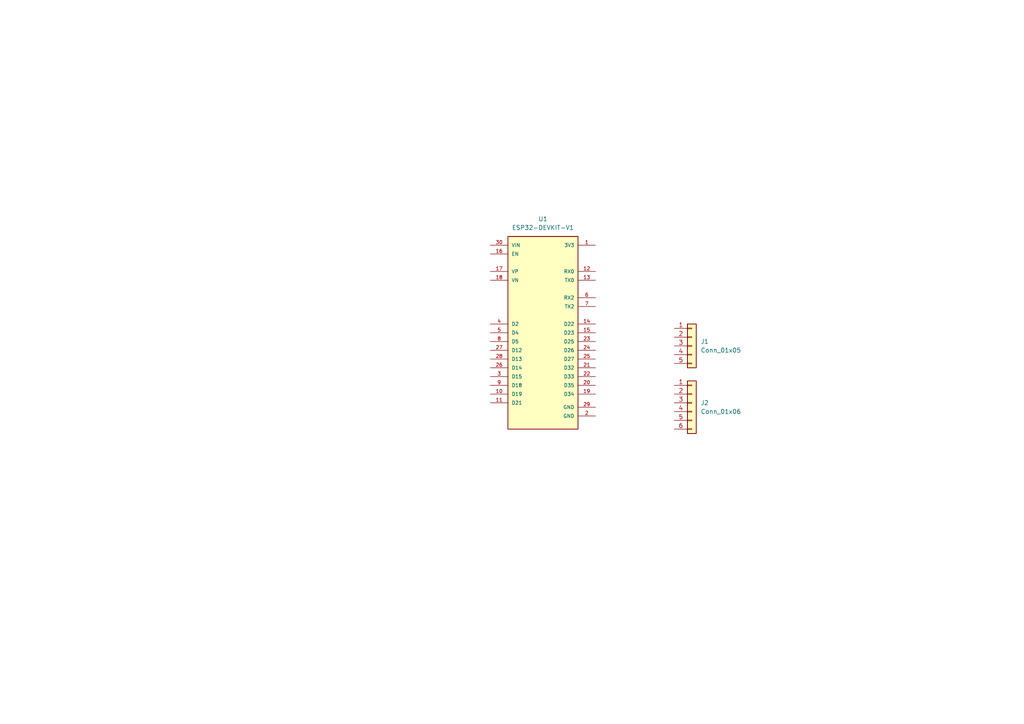
<source format=kicad_sch>
(kicad_sch (version 20250114) (generator "eeschema") (generator_version "9.0")
  (paper "A4")
  (lib_symbols
    (symbol "Connector_Generic:Conn_01x05" (pin_names (offset 1.016) (hide yes))
      (property "Reference" "J" (at 0 7.62 0))
      (property "Value" "Conn_01x05" (at 0 -7.62 0))
      (symbol "Conn_01x05_1_1"
        (rectangle (start -1.27 6.35) (end 1.27 -6.35) (stroke (width 0.254)) (fill (type background)))
        (rectangle (start -1.27 5.207) (end 0 4.953) (stroke (width 0.1524)))
        (rectangle (start -1.27 2.667) (end 0 2.413) (stroke (width 0.1524)))
        (rectangle (start -1.27 0.127) (end 0 -0.127) (stroke (width 0.1524)))
        (rectangle (start -1.27 -2.413) (end 0 -2.667) (stroke (width 0.1524)))
        (rectangle (start -1.27 -4.953) (end 0 -5.207) (stroke (width 0.1524)))
        (pin passive line (at -5.08 5.08 0) (length 3.81) (name "Pin_1") (number "1"))
        (pin passive line (at -5.08 2.54 0) (length 3.81) (name "Pin_2") (number "2"))
        (pin passive line (at -5.08 0 0) (length 3.81) (name "Pin_3") (number "3"))
        (pin passive line (at -5.08 -2.54 0) (length 3.81) (name "Pin_4") (number "4"))
        (pin passive line (at -5.08 -5.08 0) (length 3.81) (name "Pin_5") (number "5"))
      )
    )
    (symbol "Connector_Generic:Conn_01x06" (pin_names (offset 1.016) (hide yes))
      (property "Reference" "J" (at 0 7.62 0))
      (property "Value" "Conn_01x06" (at 0 -10.16 0))
      (symbol "Conn_01x06_1_1"
        (rectangle (start -1.27 6.35) (end 1.27 -8.89) (stroke (width 0.254)) (fill (type background)))
        (rectangle (start -1.27 5.207) (end 0 4.953) (stroke (width 0.1524)))
        (rectangle (start -1.27 2.667) (end 0 2.413) (stroke (width 0.1524)))
        (rectangle (start -1.27 0.127) (end 0 -0.127) (stroke (width 0.1524)))
        (rectangle (start -1.27 -2.413) (end 0 -2.667) (stroke (width 0.1524)))
        (rectangle (start -1.27 -4.953) (end 0 -5.207) (stroke (width 0.1524)))
        (rectangle (start -1.27 -7.493) (end 0 -7.747) (stroke (width 0.1524)))
        (pin passive line (at -5.08 5.08 0) (length 3.81) (name "Pin_1") (number "1"))
        (pin passive line (at -5.08 2.54 0) (length 3.81) (name "Pin_2") (number "2"))
        (pin passive line (at -5.08 0 0) (length 3.81) (name "Pin_3") (number "3"))
        (pin passive line (at -5.08 -2.54 0) (length 3.81) (name "Pin_4") (number "4"))
        (pin passive line (at -5.08 -5.08 0) (length 3.81) (name "Pin_5") (number "5"))
        (pin passive line (at -5.08 -7.62 0) (length 3.81) (name "Pin_6") (number "6"))
      )
    )
    (symbol "ESP32-DEVKIT-V1:ESP32-DEVKIT-V1" (pin_names (offset 1.016))
      (property "Reference" "U" (at -10.16 30.48 0))
      (property "Value" "ESP32-DEVKIT-V1" (at -10.16 -30.48 0))
      (symbol "ESP32-DEVKIT-V1_0_0"
        (rectangle (start -10.16 -27.94) (end 10.16 27.94) (stroke (width 0.254)) (fill (type background)))
        (pin input line (at -15.24 25.4 0) (length 5.08) (name "VIN") (number "30"))
        (pin input line (at -15.24 22.86 0) (length 5.08) (name "EN") (number "16"))
        (pin bidirectional line (at -15.24 17.78 0) (length 5.08) (name "VP") (number "17"))
        (pin bidirectional line (at -15.24 15.24 0) (length 5.08) (name "VN") (number "18"))
        (pin bidirectional line (at -15.24 2.54 0) (length 5.08) (name "D2") (number "4"))
        (pin bidirectional line (at -15.24 0 0) (length 5.08) (name "D4") (number "5"))
        (pin bidirectional line (at -15.24 -2.54 0) (length 5.08) (name "D5") (number "8"))
        (pin bidirectional line (at -15.24 -5.08 0) (length 5.08) (name "D12") (number "27"))
        (pin bidirectional line (at -15.24 -7.62 0) (length 5.08) (name "D13") (number "28"))
        (pin bidirectional line (at -15.24 -10.16 0) (length 5.08) (name "D14") (number "26"))
        (pin bidirectional line (at -15.24 -12.7 0) (length 5.08) (name "D15") (number "3"))
        (pin bidirectional line (at -15.24 -15.24 0) (length 5.08) (name "D18") (number "9"))
        (pin bidirectional line (at -15.24 -17.78 0) (length 5.08) (name "D19") (number "10"))
        (pin bidirectional line (at -15.24 -20.32 0) (length 5.08) (name "D21") (number "11"))
        (pin output line (at 15.24 25.4 180) (length 5.08) (name "3V3") (number "1"))
        (pin input line (at 15.24 17.78 180) (length 5.08) (name "RX0") (number "12"))
        (pin output line (at 15.24 15.24 180) (length 5.08) (name "TX0") (number "13"))
        (pin input line (at 15.24 10.16 180) (length 5.08) (name "RX2") (number "6"))
        (pin output line (at 15.24 7.62 180) (length 5.08) (name "TX2") (number "7"))
        (pin bidirectional line (at 15.24 2.54 180) (length 5.08) (name "D22") (number "14"))
        (pin bidirectional line (at 15.24 0 180) (length 5.08) (name "D23") (number "15"))
        (pin bidirectional line (at 15.24 -2.54 180) (length 5.08) (name "D25") (number "23"))
        (pin bidirectional line (at 15.24 -5.08 180) (length 5.08) (name "D26") (number "24"))
        (pin bidirectional line (at 15.24 -7.62 180) (length 5.08) (name "D27") (number "25"))
        (pin bidirectional line (at 15.24 -10.16 180) (length 5.08) (name "D32") (number "21"))
        (pin bidirectional line (at 15.24 -12.7 180) (length 5.08) (name "D33") (number "22"))
        (pin bidirectional line (at 15.24 -15.24 180) (length 5.08) (name "D35") (number "20"))
        (pin bidirectional line (at 15.24 -17.78 180) (length 5.08) (name "D34") (number "19"))
        (pin power_in line (at 15.24 -21.59 180) (length 5.08) (name "GND") (number "29"))
        (pin power_in line (at 15.24 -24.13 180) (length 5.08) (name "GND") (number "2"))
      )
    )
  )
  (symbol (lib_id "Connector_Generic:Conn_01x06") (at 200.66 116.84 0) (unit 1)
    (property "Reference" "J2" (at 203.2 116.8399 0) (effects (justify left)))
    (property "Value" "Conn_01x06" (at 203.2 119.3799 0) (effects (justify left)))
    (property "Description" "Generic connector, single row, 01x06, script generated (kicad-library-utils/schlib/autogen/connector/)" (effects (hide yes)))
  )
  (symbol (lib_id "ESP32-DEVKIT-V1:ESP32-DEVKIT-V1") (at 157.48 96.52 0) (unit 1)
    (property "Reference" "U1" (at 157.48 63.5 0))
    (property "Value" "ESP32-DEVKIT-V1" (at 157.48 66.04 0))
    (property "Footprint" "MODULE_ESP32_DEVKIT_V1" (effects (hide yes)))
    (property "MF" "Do it" (effects (hide yes)))
    (property "MAXIMUM_PACKAGE_HEIGHT" "6.8 mm" (effects (hide yes)))
    (property "Package" "None" (effects (hide yes)))
    (property "Price" "None" (effects (hide yes)))
    (property "Check_prices" "https://www.snapeda.com/parts/ESP32-DEVKIT-V1/Do+it/view-part/?ref=eda" (effects (hide yes)))
    (property "STANDARD" "Manufacturer Recommendations" (effects (hide yes)))
    (property "PARTREV" "N/A" (effects (hide yes)))
    (property "SnapEDA_Link" "https://www.snapeda.com/parts/ESP32-DEVKIT-V1/Do+it/view-part/?ref=snap" (effects (hide yes)))
    (property "MP" "ESP32-DEVKIT-V1" (effects (hide yes)))
    (property "Description_1" "\\nDual core, Wi-Fi: 2.4 GHz up to 150 Mbits/s,BLE (Bluetooth Low Energy) and legacy Bluetooth, 32 bits, Up to 240 MHz\\n" (effects (hide yes)))
    (property "Availability" "Not in stock" (effects (hide yes)))
    (property "MANUFACTURER" "DOIT" (effects (hide yes)))
  )
  (symbol (lib_id "Connector_Generic:Conn_01x05") (at 200.66 100.33 0) (unit 1)
    (property "Reference" "J1" (at 203.2 99.0599 0) (effects (justify left)))
    (property "Value" "Conn_01x05" (at 203.2 101.5999 0) (effects (justify left)))
    (property "Description" "Generic connector, single row, 01x05, script generated (kicad-library-utils/schlib/autogen/connector/)" (effects (hide yes)))
  )
)
</source>
